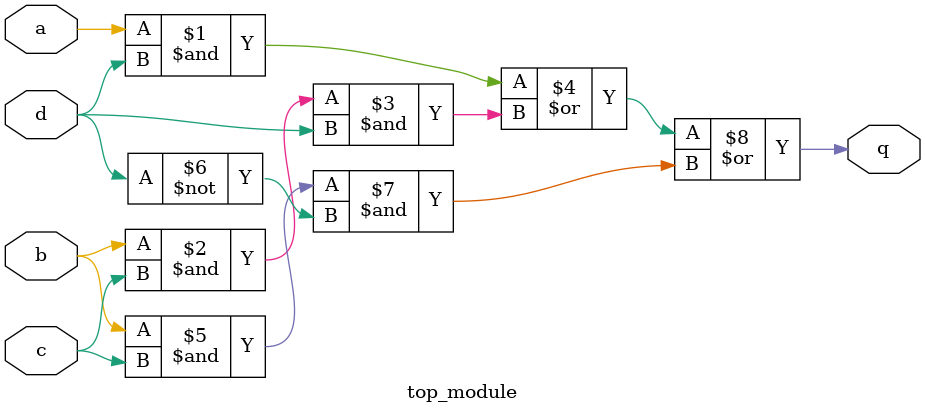
<source format=sv>
module top_module (
    input a, 
    input b, 
    input c, 
    input d,
    output q
);
    assign q = (a & d) | (b & c & d) | (b & c & ~d);
endmodule

</source>
